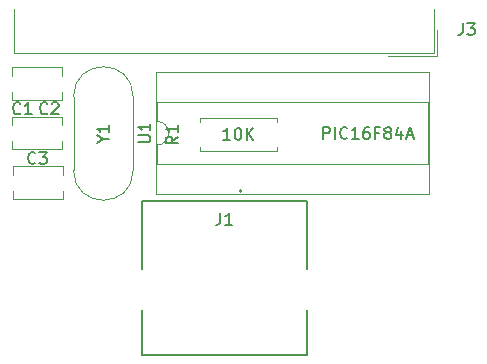
<source format=gbr>
%TF.GenerationSoftware,KiCad,Pcbnew,8.0.7*%
%TF.CreationDate,2025-01-12T22:52:32-06:00*%
%TF.ProjectId,Parallel-to-PS2-Keyboard-Adapter,50617261-6c6c-4656-9c2d-746f2d505332,v1.0*%
%TF.SameCoordinates,Original*%
%TF.FileFunction,Legend,Top*%
%TF.FilePolarity,Positive*%
%FSLAX46Y46*%
G04 Gerber Fmt 4.6, Leading zero omitted, Abs format (unit mm)*
G04 Created by KiCad (PCBNEW 8.0.7) date 2025-01-12 22:52:32*
%MOMM*%
%LPD*%
G01*
G04 APERTURE LIST*
%ADD10C,0.150000*%
%ADD11C,0.120000*%
%ADD12C,0.127000*%
%ADD13C,0.200000*%
G04 APERTURE END LIST*
D10*
X144613333Y-102721580D02*
X144565714Y-102769200D01*
X144565714Y-102769200D02*
X144422857Y-102816819D01*
X144422857Y-102816819D02*
X144327619Y-102816819D01*
X144327619Y-102816819D02*
X144184762Y-102769200D01*
X144184762Y-102769200D02*
X144089524Y-102673961D01*
X144089524Y-102673961D02*
X144041905Y-102578723D01*
X144041905Y-102578723D02*
X143994286Y-102388247D01*
X143994286Y-102388247D02*
X143994286Y-102245390D01*
X143994286Y-102245390D02*
X144041905Y-102054914D01*
X144041905Y-102054914D02*
X144089524Y-101959676D01*
X144089524Y-101959676D02*
X144184762Y-101864438D01*
X144184762Y-101864438D02*
X144327619Y-101816819D01*
X144327619Y-101816819D02*
X144422857Y-101816819D01*
X144422857Y-101816819D02*
X144565714Y-101864438D01*
X144565714Y-101864438D02*
X144613333Y-101912057D01*
X144946667Y-101816819D02*
X145565714Y-101816819D01*
X145565714Y-101816819D02*
X145232381Y-102197771D01*
X145232381Y-102197771D02*
X145375238Y-102197771D01*
X145375238Y-102197771D02*
X145470476Y-102245390D01*
X145470476Y-102245390D02*
X145518095Y-102293009D01*
X145518095Y-102293009D02*
X145565714Y-102388247D01*
X145565714Y-102388247D02*
X145565714Y-102626342D01*
X145565714Y-102626342D02*
X145518095Y-102721580D01*
X145518095Y-102721580D02*
X145470476Y-102769200D01*
X145470476Y-102769200D02*
X145375238Y-102816819D01*
X145375238Y-102816819D02*
X145089524Y-102816819D01*
X145089524Y-102816819D02*
X144994286Y-102769200D01*
X144994286Y-102769200D02*
X144946667Y-102721580D01*
X156664819Y-100496666D02*
X156188628Y-100829999D01*
X156664819Y-101068094D02*
X155664819Y-101068094D01*
X155664819Y-101068094D02*
X155664819Y-100687142D01*
X155664819Y-100687142D02*
X155712438Y-100591904D01*
X155712438Y-100591904D02*
X155760057Y-100544285D01*
X155760057Y-100544285D02*
X155855295Y-100496666D01*
X155855295Y-100496666D02*
X155998152Y-100496666D01*
X155998152Y-100496666D02*
X156093390Y-100544285D01*
X156093390Y-100544285D02*
X156141009Y-100591904D01*
X156141009Y-100591904D02*
X156188628Y-100687142D01*
X156188628Y-100687142D02*
X156188628Y-101068094D01*
X156664819Y-99544285D02*
X156664819Y-100115713D01*
X156664819Y-99829999D02*
X155664819Y-99829999D01*
X155664819Y-99829999D02*
X155807676Y-99925237D01*
X155807676Y-99925237D02*
X155902914Y-100020475D01*
X155902914Y-100020475D02*
X155950533Y-100115713D01*
X161107523Y-100764819D02*
X160536095Y-100764819D01*
X160821809Y-100764819D02*
X160821809Y-99764819D01*
X160821809Y-99764819D02*
X160726571Y-99907676D01*
X160726571Y-99907676D02*
X160631333Y-100002914D01*
X160631333Y-100002914D02*
X160536095Y-100050533D01*
X161726571Y-99764819D02*
X161821809Y-99764819D01*
X161821809Y-99764819D02*
X161917047Y-99812438D01*
X161917047Y-99812438D02*
X161964666Y-99860057D01*
X161964666Y-99860057D02*
X162012285Y-99955295D01*
X162012285Y-99955295D02*
X162059904Y-100145771D01*
X162059904Y-100145771D02*
X162059904Y-100383866D01*
X162059904Y-100383866D02*
X162012285Y-100574342D01*
X162012285Y-100574342D02*
X161964666Y-100669580D01*
X161964666Y-100669580D02*
X161917047Y-100717200D01*
X161917047Y-100717200D02*
X161821809Y-100764819D01*
X161821809Y-100764819D02*
X161726571Y-100764819D01*
X161726571Y-100764819D02*
X161631333Y-100717200D01*
X161631333Y-100717200D02*
X161583714Y-100669580D01*
X161583714Y-100669580D02*
X161536095Y-100574342D01*
X161536095Y-100574342D02*
X161488476Y-100383866D01*
X161488476Y-100383866D02*
X161488476Y-100145771D01*
X161488476Y-100145771D02*
X161536095Y-99955295D01*
X161536095Y-99955295D02*
X161583714Y-99860057D01*
X161583714Y-99860057D02*
X161631333Y-99812438D01*
X161631333Y-99812438D02*
X161726571Y-99764819D01*
X162488476Y-100764819D02*
X162488476Y-99764819D01*
X163059904Y-100764819D02*
X162631333Y-100193390D01*
X163059904Y-99764819D02*
X162488476Y-100336247D01*
X143343333Y-98505180D02*
X143295714Y-98552800D01*
X143295714Y-98552800D02*
X143152857Y-98600419D01*
X143152857Y-98600419D02*
X143057619Y-98600419D01*
X143057619Y-98600419D02*
X142914762Y-98552800D01*
X142914762Y-98552800D02*
X142819524Y-98457561D01*
X142819524Y-98457561D02*
X142771905Y-98362323D01*
X142771905Y-98362323D02*
X142724286Y-98171847D01*
X142724286Y-98171847D02*
X142724286Y-98028990D01*
X142724286Y-98028990D02*
X142771905Y-97838514D01*
X142771905Y-97838514D02*
X142819524Y-97743276D01*
X142819524Y-97743276D02*
X142914762Y-97648038D01*
X142914762Y-97648038D02*
X143057619Y-97600419D01*
X143057619Y-97600419D02*
X143152857Y-97600419D01*
X143152857Y-97600419D02*
X143295714Y-97648038D01*
X143295714Y-97648038D02*
X143343333Y-97695657D01*
X144295714Y-98600419D02*
X143724286Y-98600419D01*
X144010000Y-98600419D02*
X144010000Y-97600419D01*
X144010000Y-97600419D02*
X143914762Y-97743276D01*
X143914762Y-97743276D02*
X143819524Y-97838514D01*
X143819524Y-97838514D02*
X143724286Y-97886133D01*
X180809999Y-90894819D02*
X180809999Y-91609104D01*
X180809999Y-91609104D02*
X180762380Y-91751961D01*
X180762380Y-91751961D02*
X180667142Y-91847200D01*
X180667142Y-91847200D02*
X180524285Y-91894819D01*
X180524285Y-91894819D02*
X180429047Y-91894819D01*
X181190952Y-90894819D02*
X181809999Y-90894819D01*
X181809999Y-90894819D02*
X181476666Y-91275771D01*
X181476666Y-91275771D02*
X181619523Y-91275771D01*
X181619523Y-91275771D02*
X181714761Y-91323390D01*
X181714761Y-91323390D02*
X181762380Y-91371009D01*
X181762380Y-91371009D02*
X181809999Y-91466247D01*
X181809999Y-91466247D02*
X181809999Y-91704342D01*
X181809999Y-91704342D02*
X181762380Y-91799580D01*
X181762380Y-91799580D02*
X181714761Y-91847200D01*
X181714761Y-91847200D02*
X181619523Y-91894819D01*
X181619523Y-91894819D02*
X181333809Y-91894819D01*
X181333809Y-91894819D02*
X181238571Y-91847200D01*
X181238571Y-91847200D02*
X181190952Y-91799580D01*
X153334819Y-100964904D02*
X154144342Y-100964904D01*
X154144342Y-100964904D02*
X154239580Y-100917285D01*
X154239580Y-100917285D02*
X154287200Y-100869666D01*
X154287200Y-100869666D02*
X154334819Y-100774428D01*
X154334819Y-100774428D02*
X154334819Y-100583952D01*
X154334819Y-100583952D02*
X154287200Y-100488714D01*
X154287200Y-100488714D02*
X154239580Y-100441095D01*
X154239580Y-100441095D02*
X154144342Y-100393476D01*
X154144342Y-100393476D02*
X153334819Y-100393476D01*
X154334819Y-99393476D02*
X154334819Y-99964904D01*
X154334819Y-99679190D02*
X153334819Y-99679190D01*
X153334819Y-99679190D02*
X153477676Y-99774428D01*
X153477676Y-99774428D02*
X153572914Y-99869666D01*
X153572914Y-99869666D02*
X153620533Y-99964904D01*
X168973095Y-100687819D02*
X168973095Y-99687819D01*
X168973095Y-99687819D02*
X169354047Y-99687819D01*
X169354047Y-99687819D02*
X169449285Y-99735438D01*
X169449285Y-99735438D02*
X169496904Y-99783057D01*
X169496904Y-99783057D02*
X169544523Y-99878295D01*
X169544523Y-99878295D02*
X169544523Y-100021152D01*
X169544523Y-100021152D02*
X169496904Y-100116390D01*
X169496904Y-100116390D02*
X169449285Y-100164009D01*
X169449285Y-100164009D02*
X169354047Y-100211628D01*
X169354047Y-100211628D02*
X168973095Y-100211628D01*
X169973095Y-100687819D02*
X169973095Y-99687819D01*
X171020713Y-100592580D02*
X170973094Y-100640200D01*
X170973094Y-100640200D02*
X170830237Y-100687819D01*
X170830237Y-100687819D02*
X170734999Y-100687819D01*
X170734999Y-100687819D02*
X170592142Y-100640200D01*
X170592142Y-100640200D02*
X170496904Y-100544961D01*
X170496904Y-100544961D02*
X170449285Y-100449723D01*
X170449285Y-100449723D02*
X170401666Y-100259247D01*
X170401666Y-100259247D02*
X170401666Y-100116390D01*
X170401666Y-100116390D02*
X170449285Y-99925914D01*
X170449285Y-99925914D02*
X170496904Y-99830676D01*
X170496904Y-99830676D02*
X170592142Y-99735438D01*
X170592142Y-99735438D02*
X170734999Y-99687819D01*
X170734999Y-99687819D02*
X170830237Y-99687819D01*
X170830237Y-99687819D02*
X170973094Y-99735438D01*
X170973094Y-99735438D02*
X171020713Y-99783057D01*
X171973094Y-100687819D02*
X171401666Y-100687819D01*
X171687380Y-100687819D02*
X171687380Y-99687819D01*
X171687380Y-99687819D02*
X171592142Y-99830676D01*
X171592142Y-99830676D02*
X171496904Y-99925914D01*
X171496904Y-99925914D02*
X171401666Y-99973533D01*
X172830237Y-99687819D02*
X172639761Y-99687819D01*
X172639761Y-99687819D02*
X172544523Y-99735438D01*
X172544523Y-99735438D02*
X172496904Y-99783057D01*
X172496904Y-99783057D02*
X172401666Y-99925914D01*
X172401666Y-99925914D02*
X172354047Y-100116390D01*
X172354047Y-100116390D02*
X172354047Y-100497342D01*
X172354047Y-100497342D02*
X172401666Y-100592580D01*
X172401666Y-100592580D02*
X172449285Y-100640200D01*
X172449285Y-100640200D02*
X172544523Y-100687819D01*
X172544523Y-100687819D02*
X172734999Y-100687819D01*
X172734999Y-100687819D02*
X172830237Y-100640200D01*
X172830237Y-100640200D02*
X172877856Y-100592580D01*
X172877856Y-100592580D02*
X172925475Y-100497342D01*
X172925475Y-100497342D02*
X172925475Y-100259247D01*
X172925475Y-100259247D02*
X172877856Y-100164009D01*
X172877856Y-100164009D02*
X172830237Y-100116390D01*
X172830237Y-100116390D02*
X172734999Y-100068771D01*
X172734999Y-100068771D02*
X172544523Y-100068771D01*
X172544523Y-100068771D02*
X172449285Y-100116390D01*
X172449285Y-100116390D02*
X172401666Y-100164009D01*
X172401666Y-100164009D02*
X172354047Y-100259247D01*
X173687380Y-100164009D02*
X173354047Y-100164009D01*
X173354047Y-100687819D02*
X173354047Y-99687819D01*
X173354047Y-99687819D02*
X173830237Y-99687819D01*
X174354047Y-100116390D02*
X174258809Y-100068771D01*
X174258809Y-100068771D02*
X174211190Y-100021152D01*
X174211190Y-100021152D02*
X174163571Y-99925914D01*
X174163571Y-99925914D02*
X174163571Y-99878295D01*
X174163571Y-99878295D02*
X174211190Y-99783057D01*
X174211190Y-99783057D02*
X174258809Y-99735438D01*
X174258809Y-99735438D02*
X174354047Y-99687819D01*
X174354047Y-99687819D02*
X174544523Y-99687819D01*
X174544523Y-99687819D02*
X174639761Y-99735438D01*
X174639761Y-99735438D02*
X174687380Y-99783057D01*
X174687380Y-99783057D02*
X174734999Y-99878295D01*
X174734999Y-99878295D02*
X174734999Y-99925914D01*
X174734999Y-99925914D02*
X174687380Y-100021152D01*
X174687380Y-100021152D02*
X174639761Y-100068771D01*
X174639761Y-100068771D02*
X174544523Y-100116390D01*
X174544523Y-100116390D02*
X174354047Y-100116390D01*
X174354047Y-100116390D02*
X174258809Y-100164009D01*
X174258809Y-100164009D02*
X174211190Y-100211628D01*
X174211190Y-100211628D02*
X174163571Y-100306866D01*
X174163571Y-100306866D02*
X174163571Y-100497342D01*
X174163571Y-100497342D02*
X174211190Y-100592580D01*
X174211190Y-100592580D02*
X174258809Y-100640200D01*
X174258809Y-100640200D02*
X174354047Y-100687819D01*
X174354047Y-100687819D02*
X174544523Y-100687819D01*
X174544523Y-100687819D02*
X174639761Y-100640200D01*
X174639761Y-100640200D02*
X174687380Y-100592580D01*
X174687380Y-100592580D02*
X174734999Y-100497342D01*
X174734999Y-100497342D02*
X174734999Y-100306866D01*
X174734999Y-100306866D02*
X174687380Y-100211628D01*
X174687380Y-100211628D02*
X174639761Y-100164009D01*
X174639761Y-100164009D02*
X174544523Y-100116390D01*
X175592142Y-100021152D02*
X175592142Y-100687819D01*
X175354047Y-99640200D02*
X175115952Y-100354485D01*
X175115952Y-100354485D02*
X175734999Y-100354485D01*
X176068333Y-100402104D02*
X176544523Y-100402104D01*
X175973095Y-100687819D02*
X176306428Y-99687819D01*
X176306428Y-99687819D02*
X176639761Y-100687819D01*
X150346628Y-100716190D02*
X150822819Y-100716190D01*
X149822819Y-101049523D02*
X150346628Y-100716190D01*
X150346628Y-100716190D02*
X149822819Y-100382857D01*
X150822819Y-99525714D02*
X150822819Y-100097142D01*
X150822819Y-99811428D02*
X149822819Y-99811428D01*
X149822819Y-99811428D02*
X149965676Y-99906666D01*
X149965676Y-99906666D02*
X150060914Y-100001904D01*
X150060914Y-100001904D02*
X150108533Y-100097142D01*
X160266666Y-106973819D02*
X160266666Y-107688104D01*
X160266666Y-107688104D02*
X160219047Y-107830961D01*
X160219047Y-107830961D02*
X160123809Y-107926200D01*
X160123809Y-107926200D02*
X159980952Y-107973819D01*
X159980952Y-107973819D02*
X159885714Y-107973819D01*
X161266666Y-107973819D02*
X160695238Y-107973819D01*
X160980952Y-107973819D02*
X160980952Y-106973819D01*
X160980952Y-106973819D02*
X160885714Y-107116676D01*
X160885714Y-107116676D02*
X160790476Y-107211914D01*
X160790476Y-107211914D02*
X160695238Y-107259533D01*
X145629333Y-98505180D02*
X145581714Y-98552800D01*
X145581714Y-98552800D02*
X145438857Y-98600419D01*
X145438857Y-98600419D02*
X145343619Y-98600419D01*
X145343619Y-98600419D02*
X145200762Y-98552800D01*
X145200762Y-98552800D02*
X145105524Y-98457561D01*
X145105524Y-98457561D02*
X145057905Y-98362323D01*
X145057905Y-98362323D02*
X145010286Y-98171847D01*
X145010286Y-98171847D02*
X145010286Y-98028990D01*
X145010286Y-98028990D02*
X145057905Y-97838514D01*
X145057905Y-97838514D02*
X145105524Y-97743276D01*
X145105524Y-97743276D02*
X145200762Y-97648038D01*
X145200762Y-97648038D02*
X145343619Y-97600419D01*
X145343619Y-97600419D02*
X145438857Y-97600419D01*
X145438857Y-97600419D02*
X145581714Y-97648038D01*
X145581714Y-97648038D02*
X145629333Y-97695657D01*
X146010286Y-97695657D02*
X146057905Y-97648038D01*
X146057905Y-97648038D02*
X146153143Y-97600419D01*
X146153143Y-97600419D02*
X146391238Y-97600419D01*
X146391238Y-97600419D02*
X146486476Y-97648038D01*
X146486476Y-97648038D02*
X146534095Y-97695657D01*
X146534095Y-97695657D02*
X146581714Y-97790895D01*
X146581714Y-97790895D02*
X146581714Y-97886133D01*
X146581714Y-97886133D02*
X146534095Y-98028990D01*
X146534095Y-98028990D02*
X145962667Y-98600419D01*
X145962667Y-98600419D02*
X146581714Y-98600419D01*
D11*
%TO.C,C3*%
X142680000Y-103729000D02*
X142680000Y-103024000D01*
X142680000Y-105764000D02*
X142680000Y-105059000D01*
X146920000Y-103024000D02*
X142680000Y-103024000D01*
X146920000Y-103729000D02*
X146920000Y-103024000D01*
X146920000Y-105764000D02*
X142680000Y-105764000D01*
X146920000Y-105764000D02*
X146920000Y-105059000D01*
%TO.C,R1*%
X158528000Y-98940000D02*
X158528000Y-99270000D01*
X158528000Y-101680000D02*
X158528000Y-101350000D01*
X165068000Y-98940000D02*
X158528000Y-98940000D01*
X165068000Y-99270000D02*
X165068000Y-98940000D01*
X165068000Y-101350000D02*
X165068000Y-101680000D01*
X165068000Y-101680000D02*
X158528000Y-101680000D01*
%TO.C,C1*%
X142660000Y-94642000D02*
X142660000Y-95347000D01*
X142660000Y-94642000D02*
X146900000Y-94642000D01*
X142660000Y-96677000D02*
X142660000Y-97382000D01*
X142660000Y-97382000D02*
X146900000Y-97382000D01*
X146900000Y-94642000D02*
X146900000Y-95347000D01*
X146900000Y-96677000D02*
X146900000Y-97382000D01*
%TO.C,J3*%
X142796667Y-89700000D02*
X142796667Y-93440000D01*
X142796667Y-93440000D02*
X178403333Y-93440000D01*
X178403333Y-93440000D02*
X178403333Y-89700000D01*
X178643333Y-91440000D02*
X178643333Y-93680000D01*
X178643333Y-93680000D02*
X174450000Y-93680000D01*
%TO.C,U1*%
X154820000Y-95063000D02*
X154820000Y-105343000D01*
X154820000Y-105343000D02*
X177920000Y-105343000D01*
X154880000Y-97553000D02*
X154880000Y-99203000D01*
X154880000Y-101203000D02*
X154880000Y-102853000D01*
X154880000Y-102853000D02*
X177860000Y-102853000D01*
X177860000Y-97553000D02*
X154880000Y-97553000D01*
X177860000Y-102853000D02*
X177860000Y-97553000D01*
X177920000Y-95063000D02*
X154820000Y-95063000D01*
X177920000Y-105343000D02*
X177920000Y-95063000D01*
X154880000Y-99203000D02*
G75*
G02*
X154880000Y-101203000I0J-1000000D01*
G01*
%TO.C,Y1*%
X147843000Y-97105000D02*
X147843000Y-103355000D01*
X152893000Y-97105000D02*
X152893000Y-103355000D01*
X147843000Y-97105000D02*
G75*
G02*
X152893000Y-97105000I2525000J0D01*
G01*
X152893000Y-103355000D02*
G75*
G02*
X147843000Y-103355000I-2525000J0D01*
G01*
D12*
%TO.C,J1*%
X153600000Y-105950000D02*
X167600000Y-105950000D01*
X153600000Y-111735000D02*
X153600000Y-105950000D01*
X153600000Y-118950000D02*
X153600000Y-115165000D01*
X167600000Y-105950000D02*
X167600000Y-111735000D01*
X167600000Y-118950000D02*
X153600000Y-118950000D01*
X167600000Y-118950000D02*
X167600000Y-115165000D01*
D13*
X162084000Y-105116000D02*
G75*
G02*
X161884000Y-105116000I-100000J0D01*
G01*
X161884000Y-105116000D02*
G75*
G02*
X162084000Y-105116000I100000J0D01*
G01*
D11*
%TO.C,C2*%
X142660000Y-98833000D02*
X142660000Y-99538000D01*
X142660000Y-98833000D02*
X146900000Y-98833000D01*
X142660000Y-100868000D02*
X142660000Y-101573000D01*
X142660000Y-101573000D02*
X146900000Y-101573000D01*
X146900000Y-98833000D02*
X146900000Y-99538000D01*
X146900000Y-100868000D02*
X146900000Y-101573000D01*
%TD*%
M02*

</source>
